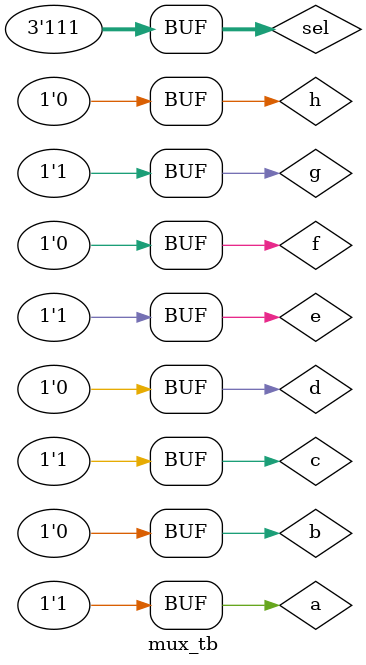
<source format=v>
`timescale 1ns / 1ns

module mux_tb();

	reg a,b,c,d,e,f,g,h;
	reg [2:0]sel;
	wire out;

themux mux(a,b,c,d,e,f,g,h,sel,out);

initial
begin

	a = 1; b = 0; c = 1; d = 0; e = 1; f = 0; g = 1; h = 0; sel = 3'b0;
	#20
	sel = 000;
	#20
	sel = 001;
	#20
	sel = 010;
	#20
	sel = 011;
	#20
	sel = 100;
	#20
	sel = 101;
	#20
	sel = 110;
	#20
	sel = 111;
end

endmodule
</source>
